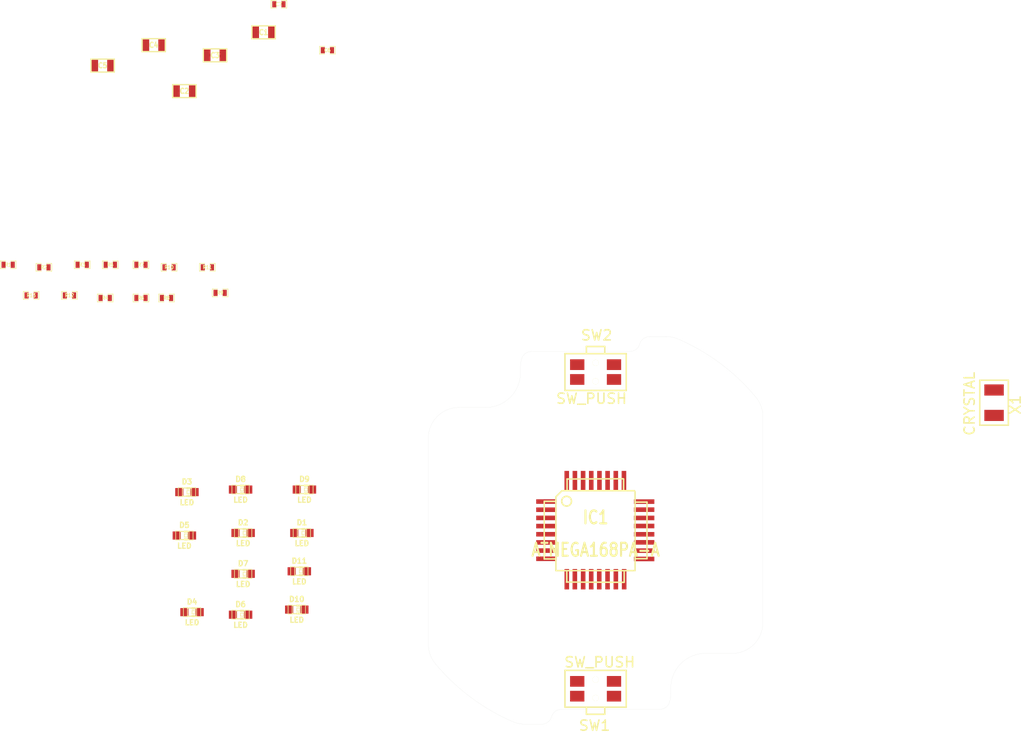
<source format=kicad_pcb>
(kicad_pcb (version 3) (host pcbnew "(2013-03-31 BZR 4008)-stable")

  (general
    (links 65)
    (no_connects 65)
    (area -16.378668 -18.968861 16.378668 18.968861)
    (thickness 1.6)
    (drawings 29)
    (tracks 0)
    (zones 0)
    (modules 35)
    (nets 30)
  )

  (page A3)
  (layers
    (15 F.Cu signal)
    (0 B.Cu signal)
    (16 B.Adhes user)
    (17 F.Adhes user)
    (18 B.Paste user)
    (19 F.Paste user)
    (20 B.SilkS user)
    (21 F.SilkS user)
    (22 B.Mask user)
    (23 F.Mask user)
    (24 Dwgs.User user)
    (25 Cmts.User user)
    (26 Eco1.User user)
    (27 Eco2.User user)
    (28 Edge.Cuts user)
  )

  (setup
    (last_trace_width 0.254)
    (trace_clearance 0.254)
    (zone_clearance 0.508)
    (zone_45_only no)
    (trace_min 0.254)
    (segment_width 0.1)
    (edge_width 0.1)
    (via_size 0.889)
    (via_drill 0.635)
    (via_min_size 0.889)
    (via_min_drill 0.508)
    (uvia_size 0.508)
    (uvia_drill 0.127)
    (uvias_allowed no)
    (uvia_min_size 0.508)
    (uvia_min_drill 0.127)
    (pcb_text_width 0.3)
    (pcb_text_size 1.5 1.5)
    (mod_edge_width 0.15)
    (mod_text_size 1 1)
    (mod_text_width 0.15)
    (pad_size 1.5 1.5)
    (pad_drill 0.6)
    (pad_to_mask_clearance 0)
    (aux_axis_origin 0 0)
    (visible_elements 7FFFFFFF)
    (pcbplotparams
      (layerselection 3178497)
      (usegerberextensions true)
      (excludeedgelayer true)
      (linewidth 152400)
      (plotframeref false)
      (viasonmask false)
      (mode 1)
      (useauxorigin false)
      (hpglpennumber 1)
      (hpglpenspeed 20)
      (hpglpendiameter 15)
      (hpglpenoverlay 2)
      (psnegative false)
      (psa4output false)
      (plotreference true)
      (plotvalue true)
      (plotothertext true)
      (plotinvisibletext false)
      (padsonsilk false)
      (subtractmaskfromsilk false)
      (outputformat 1)
      (mirror false)
      (drillshape 1)
      (scaleselection 1)
      (outputdirectory ""))
  )

  (net 0 "")
  (net 1 +3.3V)
  (net 2 GND)
  (net 3 N-000001)
  (net 4 N-0000010)
  (net 5 N-0000011)
  (net 6 N-0000012)
  (net 7 N-0000013)
  (net 8 N-0000014)
  (net 9 N-0000015)
  (net 10 N-0000016)
  (net 11 N-0000017)
  (net 12 N-0000018)
  (net 13 N-0000019)
  (net 14 N-000002)
  (net 15 N-0000020)
  (net 16 N-0000021)
  (net 17 N-0000022)
  (net 18 N-0000023)
  (net 19 N-0000024)
  (net 20 N-0000025)
  (net 21 N-0000026)
  (net 22 N-0000027)
  (net 23 N-000003)
  (net 24 N-000004)
  (net 25 N-000005)
  (net 26 N-000006)
  (net 27 N-000007)
  (net 28 N-000008)
  (net 29 N-000009)

  (net_class Default "This is the default net class."
    (clearance 0.254)
    (trace_width 0.254)
    (via_dia 0.889)
    (via_drill 0.635)
    (uvia_dia 0.508)
    (uvia_drill 0.127)
    (add_net "")
    (add_net +3.3V)
    (add_net GND)
    (add_net N-000001)
    (add_net N-0000010)
    (add_net N-0000011)
    (add_net N-0000012)
    (add_net N-0000013)
    (add_net N-0000014)
    (add_net N-0000015)
    (add_net N-0000016)
    (add_net N-0000017)
    (add_net N-0000018)
    (add_net N-0000019)
    (add_net N-000002)
    (add_net N-0000020)
    (add_net N-0000021)
    (add_net N-0000022)
    (add_net N-0000023)
    (add_net N-0000024)
    (add_net N-0000025)
    (add_net N-0000026)
    (add_net N-0000027)
    (add_net N-000003)
    (add_net N-000004)
    (add_net N-000005)
    (add_net N-000006)
    (add_net N-000007)
    (add_net N-000008)
    (add_net N-000009)
  )

  (module TQFP32 (layer F.Cu) (tedit 43A670DA) (tstamp 5404D9BA)
    (at 0 0)
    (path /53FE0660)
    (fp_text reference IC1 (at 0 -1.27) (layer F.SilkS)
      (effects (font (size 1.27 1.016) (thickness 0.2032)))
    )
    (fp_text value ATMEGA168PA-A (at 0 1.905) (layer F.SilkS)
      (effects (font (size 1.27 1.016) (thickness 0.2032)))
    )
    (fp_line (start 5.0292 2.7686) (end 3.8862 2.7686) (layer F.SilkS) (width 0.1524))
    (fp_line (start 5.0292 -2.7686) (end 3.9116 -2.7686) (layer F.SilkS) (width 0.1524))
    (fp_line (start 5.0292 2.7686) (end 5.0292 -2.7686) (layer F.SilkS) (width 0.1524))
    (fp_line (start 2.794 3.9624) (end 2.794 5.0546) (layer F.SilkS) (width 0.1524))
    (fp_line (start -2.8194 3.9878) (end -2.8194 5.0546) (layer F.SilkS) (width 0.1524))
    (fp_line (start -2.8448 5.0546) (end 2.794 5.08) (layer F.SilkS) (width 0.1524))
    (fp_line (start -2.794 -5.0292) (end 2.7178 -5.0546) (layer F.SilkS) (width 0.1524))
    (fp_line (start -3.8862 -3.2766) (end -3.8862 3.9116) (layer F.SilkS) (width 0.1524))
    (fp_line (start 2.7432 -5.0292) (end 2.7432 -3.9878) (layer F.SilkS) (width 0.1524))
    (fp_line (start -3.2512 -3.8862) (end 3.81 -3.8862) (layer F.SilkS) (width 0.1524))
    (fp_line (start 3.8608 3.937) (end 3.8608 -3.7846) (layer F.SilkS) (width 0.1524))
    (fp_line (start -3.8862 3.937) (end 3.7338 3.937) (layer F.SilkS) (width 0.1524))
    (fp_line (start -5.0292 -2.8448) (end -5.0292 2.794) (layer F.SilkS) (width 0.1524))
    (fp_line (start -5.0292 2.794) (end -3.8862 2.794) (layer F.SilkS) (width 0.1524))
    (fp_line (start -3.87604 -3.302) (end -3.29184 -3.8862) (layer F.SilkS) (width 0.1524))
    (fp_line (start -5.02412 -2.8448) (end -3.87604 -2.8448) (layer F.SilkS) (width 0.1524))
    (fp_line (start -2.794 -3.8862) (end -2.794 -5.03428) (layer F.SilkS) (width 0.1524))
    (fp_circle (center -2.83972 -2.86004) (end -2.43332 -2.60604) (layer F.SilkS) (width 0.1524))
    (pad 8 smd rect (at -4.81584 2.77622) (size 1.99898 0.44958)
      (layers F.Cu F.Paste F.Mask)
      (net 21 N-0000026)
    )
    (pad 7 smd rect (at -4.81584 1.97612) (size 1.99898 0.44958)
      (layers F.Cu F.Paste F.Mask)
      (net 22 N-0000027)
    )
    (pad 6 smd rect (at -4.81584 1.17602) (size 1.99898 0.44958)
      (layers F.Cu F.Paste F.Mask)
      (net 1 +3.3V)
    )
    (pad 5 smd rect (at -4.81584 0.37592) (size 1.99898 0.44958)
      (layers F.Cu F.Paste F.Mask)
      (net 2 GND)
    )
    (pad 4 smd rect (at -4.81584 -0.42418) (size 1.99898 0.44958)
      (layers F.Cu F.Paste F.Mask)
      (net 1 +3.3V)
    )
    (pad 3 smd rect (at -4.81584 -1.22428) (size 1.99898 0.44958)
      (layers F.Cu F.Paste F.Mask)
      (net 2 GND)
    )
    (pad 2 smd rect (at -4.81584 -2.02438) (size 1.99898 0.44958)
      (layers F.Cu F.Paste F.Mask)
    )
    (pad 1 smd rect (at -4.81584 -2.82448) (size 1.99898 0.44958)
      (layers F.Cu F.Paste F.Mask)
    )
    (pad 24 smd rect (at 4.7498 -2.8194) (size 1.99898 0.44958)
      (layers F.Cu F.Paste F.Mask)
      (net 4 N-0000010)
    )
    (pad 17 smd rect (at 4.7498 2.794) (size 1.99898 0.44958)
      (layers F.Cu F.Paste F.Mask)
      (net 26 N-000006)
    )
    (pad 18 smd rect (at 4.7498 1.9812) (size 1.99898 0.44958)
      (layers F.Cu F.Paste F.Mask)
      (net 1 +3.3V)
    )
    (pad 19 smd rect (at 4.7498 1.1684) (size 1.99898 0.44958)
      (layers F.Cu F.Paste F.Mask)
    )
    (pad 20 smd rect (at 4.7498 0.381) (size 1.99898 0.44958)
      (layers F.Cu F.Paste F.Mask)
      (net 11 N-0000017)
    )
    (pad 21 smd rect (at 4.7498 -0.4318) (size 1.99898 0.44958)
      (layers F.Cu F.Paste F.Mask)
      (net 2 GND)
    )
    (pad 22 smd rect (at 4.7498 -1.2192) (size 1.99898 0.44958)
      (layers F.Cu F.Paste F.Mask)
    )
    (pad 23 smd rect (at 4.7498 -2.032) (size 1.99898 0.44958)
      (layers F.Cu F.Paste F.Mask)
      (net 28 N-000008)
    )
    (pad 32 smd rect (at -2.82448 -4.826) (size 0.44958 1.99898)
      (layers F.Cu F.Paste F.Mask)
    )
    (pad 31 smd rect (at -2.02692 -4.826) (size 0.44958 1.99898)
      (layers F.Cu F.Paste F.Mask)
    )
    (pad 30 smd rect (at -1.22428 -4.826) (size 0.44958 1.99898)
      (layers F.Cu F.Paste F.Mask)
    )
    (pad 29 smd rect (at -0.42672 -4.826) (size 0.44958 1.99898)
      (layers F.Cu F.Paste F.Mask)
    )
    (pad 28 smd rect (at 0.37592 -4.826) (size 0.44958 1.99898)
      (layers F.Cu F.Paste F.Mask)
    )
    (pad 27 smd rect (at 1.17348 -4.826) (size 0.44958 1.99898)
      (layers F.Cu F.Paste F.Mask)
      (net 10 N-0000016)
    )
    (pad 26 smd rect (at 1.97612 -4.826) (size 0.44958 1.99898)
      (layers F.Cu F.Paste F.Mask)
      (net 8 N-0000014)
    )
    (pad 25 smd rect (at 2.77368 -4.826) (size 0.44958 1.99898)
      (layers F.Cu F.Paste F.Mask)
      (net 3 N-000001)
    )
    (pad 9 smd rect (at -2.8194 4.7752) (size 0.44958 1.99898)
      (layers F.Cu F.Paste F.Mask)
    )
    (pad 10 smd rect (at -2.032 4.7752) (size 0.44958 1.99898)
      (layers F.Cu F.Paste F.Mask)
      (net 13 N-0000019)
    )
    (pad 11 smd rect (at -1.2192 4.7752) (size 0.44958 1.99898)
      (layers F.Cu F.Paste F.Mask)
      (net 15 N-0000020)
    )
    (pad 12 smd rect (at -0.4318 4.7752) (size 0.44958 1.99898)
      (layers F.Cu F.Paste F.Mask)
      (net 16 N-0000021)
    )
    (pad 13 smd rect (at 0.3556 4.7752) (size 0.44958 1.99898)
      (layers F.Cu F.Paste F.Mask)
      (net 6 N-0000012)
    )
    (pad 14 smd rect (at 1.1684 4.7752) (size 0.44958 1.99898)
      (layers F.Cu F.Paste F.Mask)
      (net 14 N-000002)
    )
    (pad 15 smd rect (at 1.9812 4.7752) (size 0.44958 1.99898)
      (layers F.Cu F.Paste F.Mask)
      (net 23 N-000003)
    )
    (pad 16 smd rect (at 2.794 4.7752) (size 0.44958 1.99898)
      (layers F.Cu F.Paste F.Mask)
      (net 24 N-000004)
    )
    (model smd/tqfp32.wrl
      (at (xyz 0 0 0))
      (scale (xyz 1 1 1))
      (rotate (xyz 0 0 0))
    )
  )

  (module SM0603 (layer F.Cu) (tedit 4E43A3D1) (tstamp 5404D9C4)
    (at -48.25 -45.5)
    (path /53FE06E9)
    (attr smd)
    (fp_text reference C5 (at 0 0) (layer F.SilkS)
      (effects (font (size 0.508 0.4572) (thickness 0.1143)))
    )
    (fp_text value 1uF (at 0 0) (layer F.SilkS) hide
      (effects (font (size 0.508 0.4572) (thickness 0.1143)))
    )
    (fp_line (start -1.143 -0.635) (end 1.143 -0.635) (layer F.SilkS) (width 0.127))
    (fp_line (start 1.143 -0.635) (end 1.143 0.635) (layer F.SilkS) (width 0.127))
    (fp_line (start 1.143 0.635) (end -1.143 0.635) (layer F.SilkS) (width 0.127))
    (fp_line (start -1.143 0.635) (end -1.143 -0.635) (layer F.SilkS) (width 0.127))
    (pad 1 smd rect (at -0.762 0) (size 0.635 1.143)
      (layers F.Cu F.Paste F.Mask)
      (net 11 N-0000017)
    )
    (pad 2 smd rect (at 0.762 0) (size 0.635 1.143)
      (layers F.Cu F.Paste F.Mask)
      (net 2 GND)
    )
    (model smd\resistors\R0603.wrl
      (at (xyz 0 0 0.001))
      (scale (xyz 0.5 0.5 0.5))
      (rotate (xyz 0 0 0))
    )
  )

  (module SM0603 (layer F.Cu) (tedit 4E43A3D1) (tstamp 5404D9CE)
    (at -43.25 -47.5)
    (path /53FE06F8)
    (attr smd)
    (fp_text reference C4 (at 0 0) (layer F.SilkS)
      (effects (font (size 0.508 0.4572) (thickness 0.1143)))
    )
    (fp_text value 1uF (at 0 0) (layer F.SilkS) hide
      (effects (font (size 0.508 0.4572) (thickness 0.1143)))
    )
    (fp_line (start -1.143 -0.635) (end 1.143 -0.635) (layer F.SilkS) (width 0.127))
    (fp_line (start 1.143 -0.635) (end 1.143 0.635) (layer F.SilkS) (width 0.127))
    (fp_line (start 1.143 0.635) (end -1.143 0.635) (layer F.SilkS) (width 0.127))
    (fp_line (start -1.143 0.635) (end -1.143 -0.635) (layer F.SilkS) (width 0.127))
    (pad 1 smd rect (at -0.762 0) (size 0.635 1.143)
      (layers F.Cu F.Paste F.Mask)
      (net 1 +3.3V)
    )
    (pad 2 smd rect (at 0.762 0) (size 0.635 1.143)
      (layers F.Cu F.Paste F.Mask)
      (net 2 GND)
    )
    (model smd\resistors\R0603.wrl
      (at (xyz 0 0 0.001))
      (scale (xyz 0.5 0.5 0.5))
      (rotate (xyz 0 0 0))
    )
  )

  (module SM0603 (layer F.Cu) (tedit 4E43A3D1) (tstamp 5404D9D8)
    (at -37.25 -46.5)
    (path /53FE0707)
    (attr smd)
    (fp_text reference C3 (at 0 0) (layer F.SilkS)
      (effects (font (size 0.508 0.4572) (thickness 0.1143)))
    )
    (fp_text value 1uF (at 0 0) (layer F.SilkS) hide
      (effects (font (size 0.508 0.4572) (thickness 0.1143)))
    )
    (fp_line (start -1.143 -0.635) (end 1.143 -0.635) (layer F.SilkS) (width 0.127))
    (fp_line (start 1.143 -0.635) (end 1.143 0.635) (layer F.SilkS) (width 0.127))
    (fp_line (start 1.143 0.635) (end -1.143 0.635) (layer F.SilkS) (width 0.127))
    (fp_line (start -1.143 0.635) (end -1.143 -0.635) (layer F.SilkS) (width 0.127))
    (pad 1 smd rect (at -0.762 0) (size 0.635 1.143)
      (layers F.Cu F.Paste F.Mask)
      (net 1 +3.3V)
    )
    (pad 2 smd rect (at 0.762 0) (size 0.635 1.143)
      (layers F.Cu F.Paste F.Mask)
      (net 2 GND)
    )
    (model smd\resistors\R0603.wrl
      (at (xyz 0 0 0.001))
      (scale (xyz 0.5 0.5 0.5))
      (rotate (xyz 0 0 0))
    )
  )

  (module SM0603 (layer F.Cu) (tedit 4E43A3D1) (tstamp 5404D9E2)
    (at -40.25 -43)
    (path /53FE1604)
    (attr smd)
    (fp_text reference C2 (at 0 0) (layer F.SilkS)
      (effects (font (size 0.508 0.4572) (thickness 0.1143)))
    )
    (fp_text value 1uF (at 0 0) (layer F.SilkS) hide
      (effects (font (size 0.508 0.4572) (thickness 0.1143)))
    )
    (fp_line (start -1.143 -0.635) (end 1.143 -0.635) (layer F.SilkS) (width 0.127))
    (fp_line (start 1.143 -0.635) (end 1.143 0.635) (layer F.SilkS) (width 0.127))
    (fp_line (start 1.143 0.635) (end -1.143 0.635) (layer F.SilkS) (width 0.127))
    (fp_line (start -1.143 0.635) (end -1.143 -0.635) (layer F.SilkS) (width 0.127))
    (pad 1 smd rect (at -0.762 0) (size 0.635 1.143)
      (layers F.Cu F.Paste F.Mask)
      (net 1 +3.3V)
    )
    (pad 2 smd rect (at 0.762 0) (size 0.635 1.143)
      (layers F.Cu F.Paste F.Mask)
      (net 2 GND)
    )
    (model smd\resistors\R0603.wrl
      (at (xyz 0 0 0.001))
      (scale (xyz 0.5 0.5 0.5))
      (rotate (xyz 0 0 0))
    )
  )

  (module SM0603 (layer F.Cu) (tedit 4E43A3D1) (tstamp 5404D9EC)
    (at -32.5 -48.75)
    (path /53FE15FE)
    (attr smd)
    (fp_text reference C1 (at 0 0) (layer F.SilkS)
      (effects (font (size 0.508 0.4572) (thickness 0.1143)))
    )
    (fp_text value 1uF (at 0 0) (layer F.SilkS) hide
      (effects (font (size 0.508 0.4572) (thickness 0.1143)))
    )
    (fp_line (start -1.143 -0.635) (end 1.143 -0.635) (layer F.SilkS) (width 0.127))
    (fp_line (start 1.143 -0.635) (end 1.143 0.635) (layer F.SilkS) (width 0.127))
    (fp_line (start 1.143 0.635) (end -1.143 0.635) (layer F.SilkS) (width 0.127))
    (fp_line (start -1.143 0.635) (end -1.143 -0.635) (layer F.SilkS) (width 0.127))
    (pad 1 smd rect (at -0.762 0) (size 0.635 1.143)
      (layers F.Cu F.Paste F.Mask)
      (net 1 +3.3V)
    )
    (pad 2 smd rect (at 0.762 0) (size 0.635 1.143)
      (layers F.Cu F.Paste F.Mask)
      (net 2 GND)
    )
    (model smd\resistors\R0603.wrl
      (at (xyz 0 0 0.001))
      (scale (xyz 0.5 0.5 0.5))
      (rotate (xyz 0 0 0))
    )
  )

  (module SM0402 (layer F.Cu) (tedit 50A4E0BA) (tstamp 5404D9F8)
    (at -31 -51.5)
    (path /53FE1774)
    (attr smd)
    (fp_text reference C7 (at 0 0) (layer F.SilkS)
      (effects (font (size 0.35052 0.3048) (thickness 0.07112)))
    )
    (fp_text value C (at 0.09906 0) (layer F.SilkS) hide
      (effects (font (size 0.35052 0.3048) (thickness 0.07112)))
    )
    (fp_line (start -0.254 -0.381) (end -0.762 -0.381) (layer F.SilkS) (width 0.07112))
    (fp_line (start -0.762 -0.381) (end -0.762 0.381) (layer F.SilkS) (width 0.07112))
    (fp_line (start -0.762 0.381) (end -0.254 0.381) (layer F.SilkS) (width 0.07112))
    (fp_line (start 0.254 -0.381) (end 0.762 -0.381) (layer F.SilkS) (width 0.07112))
    (fp_line (start 0.762 -0.381) (end 0.762 0.381) (layer F.SilkS) (width 0.07112))
    (fp_line (start 0.762 0.381) (end 0.254 0.381) (layer F.SilkS) (width 0.07112))
    (pad 1 smd rect (at -0.44958 0) (size 0.39878 0.59944)
      (layers F.Cu F.Paste F.Mask)
      (net 22 N-0000027)
    )
    (pad 2 smd rect (at 0.44958 0) (size 0.39878 0.59944)
      (layers F.Cu F.Paste F.Mask)
      (net 2 GND)
    )
    (model smd\chip_cms.wrl
      (at (xyz 0 0 0.002))
      (scale (xyz 0.05 0.05 0.05))
      (rotate (xyz 0 0 0))
    )
  )

  (module SM0402 (layer F.Cu) (tedit 50A4E0BA) (tstamp 5404DA04)
    (at -26.25 -47)
    (path /53FE176E)
    (attr smd)
    (fp_text reference C6 (at 0 0) (layer F.SilkS)
      (effects (font (size 0.35052 0.3048) (thickness 0.07112)))
    )
    (fp_text value C (at 0.09906 0) (layer F.SilkS) hide
      (effects (font (size 0.35052 0.3048) (thickness 0.07112)))
    )
    (fp_line (start -0.254 -0.381) (end -0.762 -0.381) (layer F.SilkS) (width 0.07112))
    (fp_line (start -0.762 -0.381) (end -0.762 0.381) (layer F.SilkS) (width 0.07112))
    (fp_line (start -0.762 0.381) (end -0.254 0.381) (layer F.SilkS) (width 0.07112))
    (fp_line (start 0.254 -0.381) (end 0.762 -0.381) (layer F.SilkS) (width 0.07112))
    (fp_line (start 0.762 -0.381) (end 0.762 0.381) (layer F.SilkS) (width 0.07112))
    (fp_line (start 0.762 0.381) (end 0.254 0.381) (layer F.SilkS) (width 0.07112))
    (pad 1 smd rect (at -0.44958 0) (size 0.39878 0.59944)
      (layers F.Cu F.Paste F.Mask)
      (net 21 N-0000026)
    )
    (pad 2 smd rect (at 0.44958 0) (size 0.39878 0.59944)
      (layers F.Cu F.Paste F.Mask)
      (net 2 GND)
    )
    (model smd\chip_cms.wrl
      (at (xyz 0 0 0.002))
      (scale (xyz 0.05 0.05 0.05))
      (rotate (xyz 0 0 0))
    )
  )

  (module SM0402 (layer F.Cu) (tedit 50A4E0BA) (tstamp 5404DA10)
    (at -38 -25.75)
    (path /53FE0EBE)
    (attr smd)
    (fp_text reference R11 (at 0 0) (layer F.SilkS)
      (effects (font (size 0.35052 0.3048) (thickness 0.07112)))
    )
    (fp_text value 100R (at 0.09906 0) (layer F.SilkS) hide
      (effects (font (size 0.35052 0.3048) (thickness 0.07112)))
    )
    (fp_line (start -0.254 -0.381) (end -0.762 -0.381) (layer F.SilkS) (width 0.07112))
    (fp_line (start -0.762 -0.381) (end -0.762 0.381) (layer F.SilkS) (width 0.07112))
    (fp_line (start -0.762 0.381) (end -0.254 0.381) (layer F.SilkS) (width 0.07112))
    (fp_line (start 0.254 -0.381) (end 0.762 -0.381) (layer F.SilkS) (width 0.07112))
    (fp_line (start 0.762 -0.381) (end 0.762 0.381) (layer F.SilkS) (width 0.07112))
    (fp_line (start 0.762 0.381) (end 0.254 0.381) (layer F.SilkS) (width 0.07112))
    (pad 1 smd rect (at -0.44958 0) (size 0.39878 0.59944)
      (layers F.Cu F.Paste F.Mask)
      (net 9 N-0000015)
    )
    (pad 2 smd rect (at 0.44958 0) (size 0.39878 0.59944)
      (layers F.Cu F.Paste F.Mask)
      (net 1 +3.3V)
    )
    (model smd\chip_cms.wrl
      (at (xyz 0 0 0.002))
      (scale (xyz 0.05 0.05 0.05))
      (rotate (xyz 0 0 0))
    )
  )

  (module SM0402 (layer F.Cu) (tedit 50A4E0BA) (tstamp 5404DA1C)
    (at -41.75 -25.75)
    (path /53FE0EA9)
    (attr smd)
    (fp_text reference R10 (at 0 0) (layer F.SilkS)
      (effects (font (size 0.35052 0.3048) (thickness 0.07112)))
    )
    (fp_text value 100R (at 0.09906 0) (layer F.SilkS) hide
      (effects (font (size 0.35052 0.3048) (thickness 0.07112)))
    )
    (fp_line (start -0.254 -0.381) (end -0.762 -0.381) (layer F.SilkS) (width 0.07112))
    (fp_line (start -0.762 -0.381) (end -0.762 0.381) (layer F.SilkS) (width 0.07112))
    (fp_line (start -0.762 0.381) (end -0.254 0.381) (layer F.SilkS) (width 0.07112))
    (fp_line (start 0.254 -0.381) (end 0.762 -0.381) (layer F.SilkS) (width 0.07112))
    (fp_line (start 0.762 -0.381) (end 0.762 0.381) (layer F.SilkS) (width 0.07112))
    (fp_line (start 0.762 0.381) (end 0.254 0.381) (layer F.SilkS) (width 0.07112))
    (pad 1 smd rect (at -0.44958 0) (size 0.39878 0.59944)
      (layers F.Cu F.Paste F.Mask)
      (net 7 N-0000013)
    )
    (pad 2 smd rect (at 0.44958 0) (size 0.39878 0.59944)
      (layers F.Cu F.Paste F.Mask)
      (net 1 +3.3V)
    )
    (model smd\chip_cms.wrl
      (at (xyz 0 0 0.002))
      (scale (xyz 0.05 0.05 0.05))
      (rotate (xyz 0 0 0))
    )
  )

  (module SM0402 (layer F.Cu) (tedit 50A4E0BA) (tstamp 5404DA28)
    (at -36.75 -23.25)
    (path /53FE0E94)
    (attr smd)
    (fp_text reference R9 (at 0 0) (layer F.SilkS)
      (effects (font (size 0.35052 0.3048) (thickness 0.07112)))
    )
    (fp_text value 100R (at 0.09906 0) (layer F.SilkS) hide
      (effects (font (size 0.35052 0.3048) (thickness 0.07112)))
    )
    (fp_line (start -0.254 -0.381) (end -0.762 -0.381) (layer F.SilkS) (width 0.07112))
    (fp_line (start -0.762 -0.381) (end -0.762 0.381) (layer F.SilkS) (width 0.07112))
    (fp_line (start -0.762 0.381) (end -0.254 0.381) (layer F.SilkS) (width 0.07112))
    (fp_line (start 0.254 -0.381) (end 0.762 -0.381) (layer F.SilkS) (width 0.07112))
    (fp_line (start 0.762 -0.381) (end 0.762 0.381) (layer F.SilkS) (width 0.07112))
    (fp_line (start 0.762 0.381) (end 0.254 0.381) (layer F.SilkS) (width 0.07112))
    (pad 1 smd rect (at -0.44958 0) (size 0.39878 0.59944)
      (layers F.Cu F.Paste F.Mask)
      (net 5 N-0000011)
    )
    (pad 2 smd rect (at 0.44958 0) (size 0.39878 0.59944)
      (layers F.Cu F.Paste F.Mask)
      (net 1 +3.3V)
    )
    (model smd\chip_cms.wrl
      (at (xyz 0 0 0.002))
      (scale (xyz 0.05 0.05 0.05))
      (rotate (xyz 0 0 0))
    )
  )

  (module SM0402 (layer F.Cu) (tedit 50A4E0BA) (tstamp 5404DA34)
    (at -42 -22.75)
    (path /53FE0E7F)
    (attr smd)
    (fp_text reference R8 (at 0 0) (layer F.SilkS)
      (effects (font (size 0.35052 0.3048) (thickness 0.07112)))
    )
    (fp_text value 100R (at 0.09906 0) (layer F.SilkS) hide
      (effects (font (size 0.35052 0.3048) (thickness 0.07112)))
    )
    (fp_line (start -0.254 -0.381) (end -0.762 -0.381) (layer F.SilkS) (width 0.07112))
    (fp_line (start -0.762 -0.381) (end -0.762 0.381) (layer F.SilkS) (width 0.07112))
    (fp_line (start -0.762 0.381) (end -0.254 0.381) (layer F.SilkS) (width 0.07112))
    (fp_line (start 0.254 -0.381) (end 0.762 -0.381) (layer F.SilkS) (width 0.07112))
    (fp_line (start 0.762 -0.381) (end 0.762 0.381) (layer F.SilkS) (width 0.07112))
    (fp_line (start 0.762 0.381) (end 0.254 0.381) (layer F.SilkS) (width 0.07112))
    (pad 1 smd rect (at -0.44958 0) (size 0.39878 0.59944)
      (layers F.Cu F.Paste F.Mask)
      (net 29 N-000009)
    )
    (pad 2 smd rect (at 0.44958 0) (size 0.39878 0.59944)
      (layers F.Cu F.Paste F.Mask)
      (net 1 +3.3V)
    )
    (model smd\chip_cms.wrl
      (at (xyz 0 0 0.002))
      (scale (xyz 0.05 0.05 0.05))
      (rotate (xyz 0 0 0))
    )
  )

  (module SM0402 (layer F.Cu) (tedit 50A4E0BA) (tstamp 5404DA40)
    (at -44.5 -26)
    (path /53FE0E6A)
    (attr smd)
    (fp_text reference R7 (at 0 0) (layer F.SilkS)
      (effects (font (size 0.35052 0.3048) (thickness 0.07112)))
    )
    (fp_text value 100R (at 0.09906 0) (layer F.SilkS) hide
      (effects (font (size 0.35052 0.3048) (thickness 0.07112)))
    )
    (fp_line (start -0.254 -0.381) (end -0.762 -0.381) (layer F.SilkS) (width 0.07112))
    (fp_line (start -0.762 -0.381) (end -0.762 0.381) (layer F.SilkS) (width 0.07112))
    (fp_line (start -0.762 0.381) (end -0.254 0.381) (layer F.SilkS) (width 0.07112))
    (fp_line (start 0.254 -0.381) (end 0.762 -0.381) (layer F.SilkS) (width 0.07112))
    (fp_line (start 0.762 -0.381) (end 0.762 0.381) (layer F.SilkS) (width 0.07112))
    (fp_line (start 0.762 0.381) (end 0.254 0.381) (layer F.SilkS) (width 0.07112))
    (pad 1 smd rect (at -0.44958 0) (size 0.39878 0.59944)
      (layers F.Cu F.Paste F.Mask)
      (net 27 N-000007)
    )
    (pad 2 smd rect (at 0.44958 0) (size 0.39878 0.59944)
      (layers F.Cu F.Paste F.Mask)
      (net 1 +3.3V)
    )
    (model smd\chip_cms.wrl
      (at (xyz 0 0 0.002))
      (scale (xyz 0.05 0.05 0.05))
      (rotate (xyz 0 0 0))
    )
  )

  (module SM0402 (layer F.Cu) (tedit 50A4E0BA) (tstamp 5404DA4C)
    (at -44.5 -22.75)
    (path /53FE0E2F)
    (attr smd)
    (fp_text reference R6 (at 0 0) (layer F.SilkS)
      (effects (font (size 0.35052 0.3048) (thickness 0.07112)))
    )
    (fp_text value 100R (at 0.09906 0) (layer F.SilkS) hide
      (effects (font (size 0.35052 0.3048) (thickness 0.07112)))
    )
    (fp_line (start -0.254 -0.381) (end -0.762 -0.381) (layer F.SilkS) (width 0.07112))
    (fp_line (start -0.762 -0.381) (end -0.762 0.381) (layer F.SilkS) (width 0.07112))
    (fp_line (start -0.762 0.381) (end -0.254 0.381) (layer F.SilkS) (width 0.07112))
    (fp_line (start 0.254 -0.381) (end 0.762 -0.381) (layer F.SilkS) (width 0.07112))
    (fp_line (start 0.762 -0.381) (end 0.762 0.381) (layer F.SilkS) (width 0.07112))
    (fp_line (start 0.762 0.381) (end 0.254 0.381) (layer F.SilkS) (width 0.07112))
    (pad 1 smd rect (at -0.44958 0) (size 0.39878 0.59944)
      (layers F.Cu F.Paste F.Mask)
      (net 25 N-000005)
    )
    (pad 2 smd rect (at 0.44958 0) (size 0.39878 0.59944)
      (layers F.Cu F.Paste F.Mask)
      (net 1 +3.3V)
    )
    (model smd\chip_cms.wrl
      (at (xyz 0 0 0.002))
      (scale (xyz 0.05 0.05 0.05))
      (rotate (xyz 0 0 0))
    )
  )

  (module SM0402 (layer F.Cu) (tedit 50A4E0BA) (tstamp 5404DA58)
    (at -47.5 -26)
    (path /53FE0D78)
    (attr smd)
    (fp_text reference R5 (at 0 0) (layer F.SilkS)
      (effects (font (size 0.35052 0.3048) (thickness 0.07112)))
    )
    (fp_text value 100R (at 0.09906 0) (layer F.SilkS) hide
      (effects (font (size 0.35052 0.3048) (thickness 0.07112)))
    )
    (fp_line (start -0.254 -0.381) (end -0.762 -0.381) (layer F.SilkS) (width 0.07112))
    (fp_line (start -0.762 -0.381) (end -0.762 0.381) (layer F.SilkS) (width 0.07112))
    (fp_line (start -0.762 0.381) (end -0.254 0.381) (layer F.SilkS) (width 0.07112))
    (fp_line (start 0.254 -0.381) (end 0.762 -0.381) (layer F.SilkS) (width 0.07112))
    (fp_line (start 0.762 -0.381) (end 0.762 0.381) (layer F.SilkS) (width 0.07112))
    (fp_line (start 0.762 0.381) (end 0.254 0.381) (layer F.SilkS) (width 0.07112))
    (pad 1 smd rect (at -0.44958 0) (size 0.39878 0.59944)
      (layers F.Cu F.Paste F.Mask)
      (net 20 N-0000025)
    )
    (pad 2 smd rect (at 0.44958 0) (size 0.39878 0.59944)
      (layers F.Cu F.Paste F.Mask)
      (net 1 +3.3V)
    )
    (model smd\chip_cms.wrl
      (at (xyz 0 0 0.002))
      (scale (xyz 0.05 0.05 0.05))
      (rotate (xyz 0 0 0))
    )
  )

  (module SM0402 (layer F.Cu) (tedit 50A4E0BA) (tstamp 5404DA64)
    (at -48 -22.75)
    (path /53FE0D63)
    (attr smd)
    (fp_text reference R4 (at 0 0) (layer F.SilkS)
      (effects (font (size 0.35052 0.3048) (thickness 0.07112)))
    )
    (fp_text value 100R (at 0.09906 0) (layer F.SilkS) hide
      (effects (font (size 0.35052 0.3048) (thickness 0.07112)))
    )
    (fp_line (start -0.254 -0.381) (end -0.762 -0.381) (layer F.SilkS) (width 0.07112))
    (fp_line (start -0.762 -0.381) (end -0.762 0.381) (layer F.SilkS) (width 0.07112))
    (fp_line (start -0.762 0.381) (end -0.254 0.381) (layer F.SilkS) (width 0.07112))
    (fp_line (start 0.254 -0.381) (end 0.762 -0.381) (layer F.SilkS) (width 0.07112))
    (fp_line (start 0.762 -0.381) (end 0.762 0.381) (layer F.SilkS) (width 0.07112))
    (fp_line (start 0.762 0.381) (end 0.254 0.381) (layer F.SilkS) (width 0.07112))
    (pad 1 smd rect (at -0.44958 0) (size 0.39878 0.59944)
      (layers F.Cu F.Paste F.Mask)
      (net 19 N-0000024)
    )
    (pad 2 smd rect (at 0.44958 0) (size 0.39878 0.59944)
      (layers F.Cu F.Paste F.Mask)
      (net 1 +3.3V)
    )
    (model smd\chip_cms.wrl
      (at (xyz 0 0 0.002))
      (scale (xyz 0.05 0.05 0.05))
      (rotate (xyz 0 0 0))
    )
  )

  (module SM0402 (layer F.Cu) (tedit 50A4E0BA) (tstamp 5404DA70)
    (at -50.25 -26)
    (path /53FE0D4E)
    (attr smd)
    (fp_text reference R3 (at 0 0) (layer F.SilkS)
      (effects (font (size 0.35052 0.3048) (thickness 0.07112)))
    )
    (fp_text value 100R (at 0.09906 0) (layer F.SilkS) hide
      (effects (font (size 0.35052 0.3048) (thickness 0.07112)))
    )
    (fp_line (start -0.254 -0.381) (end -0.762 -0.381) (layer F.SilkS) (width 0.07112))
    (fp_line (start -0.762 -0.381) (end -0.762 0.381) (layer F.SilkS) (width 0.07112))
    (fp_line (start -0.762 0.381) (end -0.254 0.381) (layer F.SilkS) (width 0.07112))
    (fp_line (start 0.254 -0.381) (end 0.762 -0.381) (layer F.SilkS) (width 0.07112))
    (fp_line (start 0.762 -0.381) (end 0.762 0.381) (layer F.SilkS) (width 0.07112))
    (fp_line (start 0.762 0.381) (end 0.254 0.381) (layer F.SilkS) (width 0.07112))
    (pad 1 smd rect (at -0.44958 0) (size 0.39878 0.59944)
      (layers F.Cu F.Paste F.Mask)
      (net 18 N-0000023)
    )
    (pad 2 smd rect (at 0.44958 0) (size 0.39878 0.59944)
      (layers F.Cu F.Paste F.Mask)
      (net 1 +3.3V)
    )
    (model smd\chip_cms.wrl
      (at (xyz 0 0 0.002))
      (scale (xyz 0.05 0.05 0.05))
      (rotate (xyz 0 0 0))
    )
  )

  (module SM0402 (layer F.Cu) (tedit 50A4E0BA) (tstamp 5404DA7C)
    (at -51.5 -23)
    (path /53FE0725)
    (attr smd)
    (fp_text reference R12 (at 0 0) (layer F.SilkS)
      (effects (font (size 0.35052 0.3048) (thickness 0.07112)))
    )
    (fp_text value 10k (at 0.09906 0) (layer F.SilkS) hide
      (effects (font (size 0.35052 0.3048) (thickness 0.07112)))
    )
    (fp_line (start -0.254 -0.381) (end -0.762 -0.381) (layer F.SilkS) (width 0.07112))
    (fp_line (start -0.762 -0.381) (end -0.762 0.381) (layer F.SilkS) (width 0.07112))
    (fp_line (start -0.762 0.381) (end -0.254 0.381) (layer F.SilkS) (width 0.07112))
    (fp_line (start 0.254 -0.381) (end 0.762 -0.381) (layer F.SilkS) (width 0.07112))
    (fp_line (start 0.762 -0.381) (end 0.762 0.381) (layer F.SilkS) (width 0.07112))
    (fp_line (start 0.762 0.381) (end 0.254 0.381) (layer F.SilkS) (width 0.07112))
    (pad 1 smd rect (at -0.44958 0) (size 0.39878 0.59944)
      (layers F.Cu F.Paste F.Mask)
      (net 15 N-0000020)
    )
    (pad 2 smd rect (at 0.44958 0) (size 0.39878 0.59944)
      (layers F.Cu F.Paste F.Mask)
      (net 1 +3.3V)
    )
    (model smd\chip_cms.wrl
      (at (xyz 0 0 0.002))
      (scale (xyz 0.05 0.05 0.05))
      (rotate (xyz 0 0 0))
    )
  )

  (module SM0402 (layer F.Cu) (tedit 50A4E0BA) (tstamp 5404DA88)
    (at -54 -25.75)
    (path /53FE0D39)
    (attr smd)
    (fp_text reference R2 (at 0 0) (layer F.SilkS)
      (effects (font (size 0.35052 0.3048) (thickness 0.07112)))
    )
    (fp_text value 100R (at 0.09906 0) (layer F.SilkS) hide
      (effects (font (size 0.35052 0.3048) (thickness 0.07112)))
    )
    (fp_line (start -0.254 -0.381) (end -0.762 -0.381) (layer F.SilkS) (width 0.07112))
    (fp_line (start -0.762 -0.381) (end -0.762 0.381) (layer F.SilkS) (width 0.07112))
    (fp_line (start -0.762 0.381) (end -0.254 0.381) (layer F.SilkS) (width 0.07112))
    (fp_line (start 0.254 -0.381) (end 0.762 -0.381) (layer F.SilkS) (width 0.07112))
    (fp_line (start 0.762 -0.381) (end 0.762 0.381) (layer F.SilkS) (width 0.07112))
    (fp_line (start 0.762 0.381) (end 0.254 0.381) (layer F.SilkS) (width 0.07112))
    (pad 1 smd rect (at -0.44958 0) (size 0.39878 0.59944)
      (layers F.Cu F.Paste F.Mask)
      (net 17 N-0000022)
    )
    (pad 2 smd rect (at 0.44958 0) (size 0.39878 0.59944)
      (layers F.Cu F.Paste F.Mask)
      (net 1 +3.3V)
    )
    (model smd\chip_cms.wrl
      (at (xyz 0 0 0.002))
      (scale (xyz 0.05 0.05 0.05))
      (rotate (xyz 0 0 0))
    )
  )

  (module SM0402 (layer F.Cu) (tedit 50A4E0BA) (tstamp 5404DA94)
    (at -55.25 -23)
    (path /53FE0BB5)
    (attr smd)
    (fp_text reference R13 (at 0 0) (layer F.SilkS)
      (effects (font (size 0.35052 0.3048) (thickness 0.07112)))
    )
    (fp_text value 10k (at 0.09906 0) (layer F.SilkS) hide
      (effects (font (size 0.35052 0.3048) (thickness 0.07112)))
    )
    (fp_line (start -0.254 -0.381) (end -0.762 -0.381) (layer F.SilkS) (width 0.07112))
    (fp_line (start -0.762 -0.381) (end -0.762 0.381) (layer F.SilkS) (width 0.07112))
    (fp_line (start -0.762 0.381) (end -0.254 0.381) (layer F.SilkS) (width 0.07112))
    (fp_line (start 0.254 -0.381) (end 0.762 -0.381) (layer F.SilkS) (width 0.07112))
    (fp_line (start 0.762 -0.381) (end 0.762 0.381) (layer F.SilkS) (width 0.07112))
    (fp_line (start 0.762 0.381) (end 0.254 0.381) (layer F.SilkS) (width 0.07112))
    (pad 1 smd rect (at -0.44958 0) (size 0.39878 0.59944)
      (layers F.Cu F.Paste F.Mask)
      (net 13 N-0000019)
    )
    (pad 2 smd rect (at 0.44958 0) (size 0.39878 0.59944)
      (layers F.Cu F.Paste F.Mask)
      (net 1 +3.3V)
    )
    (model smd\chip_cms.wrl
      (at (xyz 0 0 0.002))
      (scale (xyz 0.05 0.05 0.05))
      (rotate (xyz 0 0 0))
    )
  )

  (module SM0402 (layer F.Cu) (tedit 50A4E0BA) (tstamp 5404DAA0)
    (at -57.5 -26)
    (path /53FE0CD1)
    (attr smd)
    (fp_text reference R1 (at 0 0) (layer F.SilkS)
      (effects (font (size 0.35052 0.3048) (thickness 0.07112)))
    )
    (fp_text value 100R (at 0.09906 0) (layer F.SilkS) hide
      (effects (font (size 0.35052 0.3048) (thickness 0.07112)))
    )
    (fp_line (start -0.254 -0.381) (end -0.762 -0.381) (layer F.SilkS) (width 0.07112))
    (fp_line (start -0.762 -0.381) (end -0.762 0.381) (layer F.SilkS) (width 0.07112))
    (fp_line (start -0.762 0.381) (end -0.254 0.381) (layer F.SilkS) (width 0.07112))
    (fp_line (start 0.254 -0.381) (end 0.762 -0.381) (layer F.SilkS) (width 0.07112))
    (fp_line (start 0.762 -0.381) (end 0.762 0.381) (layer F.SilkS) (width 0.07112))
    (fp_line (start 0.762 0.381) (end 0.254 0.381) (layer F.SilkS) (width 0.07112))
    (pad 1 smd rect (at -0.44958 0) (size 0.39878 0.59944)
      (layers F.Cu F.Paste F.Mask)
      (net 12 N-0000018)
    )
    (pad 2 smd rect (at 0.44958 0) (size 0.39878 0.59944)
      (layers F.Cu F.Paste F.Mask)
      (net 1 +3.3V)
    )
    (model smd\chip_cms.wrl
      (at (xyz 0 0 0.002))
      (scale (xyz 0.05 0.05 0.05))
      (rotate (xyz 0 0 0))
    )
  )

  (module EVQP7 (layer F.Cu) (tedit 5404D6A9) (tstamp 5404DD3A)
    (at 0 -15.5 180)
    (path /53FE0B73)
    (fp_text reference SW2 (at -0.1 3.6 180) (layer F.SilkS)
      (effects (font (size 1 1) (thickness 0.15)))
    )
    (fp_text value SW_PUSH (at 0.4 -2.6 180) (layer F.SilkS)
      (effects (font (size 1 1) (thickness 0.15)))
    )
    (fp_line (start 0.9 1.8) (end 0.9 2.5) (layer F.SilkS) (width 0.15))
    (fp_line (start 0.9 2.5) (end -0.9 2.5) (layer F.SilkS) (width 0.15))
    (fp_line (start -0.9 2.5) (end -0.9 1.8) (layer F.SilkS) (width 0.15))
    (fp_line (start -3 -1.8) (end 3 -1.8) (layer F.SilkS) (width 0.15))
    (fp_line (start 3 -1.8) (end 3 1.8) (layer F.SilkS) (width 0.15))
    (fp_line (start 3 1.8) (end -3 1.8) (layer F.SilkS) (width 0.15))
    (fp_line (start -3 1.8) (end -3 -1.8) (layer F.SilkS) (width 0.15))
    (pad "" np_thru_hole circle (at 0 -0.9 180) (size 0.6 0.6) (drill 0.6)
      (layers *.Cu *.Mask F.SilkS)
    )
    (pad "" np_thru_hole circle (at 0 0.9 180) (size 0.6 0.6) (drill 0.6)
      (layers *.Cu *.Mask F.SilkS)
    )
    (pad 1 smd rect (at -1.8 -0.725 180) (size 1.4 1.05)
      (layers F.Cu F.Paste F.Mask)
      (net 15 N-0000020)
    )
    (pad 1 smd rect (at 1.8 -0.725 180) (size 1.4 1.05)
      (layers F.Cu F.Paste F.Mask)
      (net 15 N-0000020)
    )
    (pad 2 smd rect (at 1.8 0.725 180) (size 1.4 1.05)
      (layers F.Cu F.Paste F.Mask)
      (net 2 GND)
    )
    (pad 2 smd rect (at -1.8 0.725 180) (size 1.4 1.05)
      (layers F.Cu F.Paste F.Mask)
      (net 2 GND)
    )
  )

  (module EVQP7 (layer F.Cu) (tedit 5404D6A9) (tstamp 5404DD4B)
    (at 0 15.5)
    (path /53FE0B64)
    (fp_text reference SW1 (at -0.1 3.6) (layer F.SilkS)
      (effects (font (size 1 1) (thickness 0.15)))
    )
    (fp_text value SW_PUSH (at 0.4 -2.6) (layer F.SilkS)
      (effects (font (size 1 1) (thickness 0.15)))
    )
    (fp_line (start 0.9 1.8) (end 0.9 2.5) (layer F.SilkS) (width 0.15))
    (fp_line (start 0.9 2.5) (end -0.9 2.5) (layer F.SilkS) (width 0.15))
    (fp_line (start -0.9 2.5) (end -0.9 1.8) (layer F.SilkS) (width 0.15))
    (fp_line (start -3 -1.8) (end 3 -1.8) (layer F.SilkS) (width 0.15))
    (fp_line (start 3 -1.8) (end 3 1.8) (layer F.SilkS) (width 0.15))
    (fp_line (start 3 1.8) (end -3 1.8) (layer F.SilkS) (width 0.15))
    (fp_line (start -3 1.8) (end -3 -1.8) (layer F.SilkS) (width 0.15))
    (pad "" np_thru_hole circle (at 0 -0.9) (size 0.6 0.6) (drill 0.6)
      (layers *.Cu *.Mask F.SilkS)
    )
    (pad "" np_thru_hole circle (at 0 0.9) (size 0.6 0.6) (drill 0.6)
      (layers *.Cu *.Mask F.SilkS)
    )
    (pad 1 smd rect (at -1.8 -0.725) (size 1.4 1.05)
      (layers F.Cu F.Paste F.Mask)
      (net 13 N-0000019)
    )
    (pad 1 smd rect (at 1.8 -0.725) (size 1.4 1.05)
      (layers F.Cu F.Paste F.Mask)
      (net 13 N-0000019)
    )
    (pad 2 smd rect (at 1.8 0.725) (size 1.4 1.05)
      (layers F.Cu F.Paste F.Mask)
      (net 2 GND)
    )
    (pad 2 smd rect (at -1.8 0.725) (size 1.4 1.05)
      (layers F.Cu F.Paste F.Mask)
      (net 2 GND)
    )
  )

  (module ADS07 (layer F.Cu) (tedit 54038AB4) (tstamp 5404DD55)
    (at 39 -12.5 270)
    (path /53FE0749)
    (fp_text reference X1 (at 0.2 -2.1 270) (layer F.SilkS)
      (effects (font (size 1 1) (thickness 0.15)))
    )
    (fp_text value CRYSTAL (at 0.1 2.4 270) (layer F.SilkS)
      (effects (font (size 1 1) (thickness 0.15)))
    )
    (fp_line (start 2.2 -1.4) (end 2.2 1.4) (layer F.SilkS) (width 0.15))
    (fp_line (start 2.2 1.4) (end -2.2 1.4) (layer F.SilkS) (width 0.15))
    (fp_line (start -2.2 1.4) (end -2.2 -1.4) (layer F.SilkS) (width 0.15))
    (fp_line (start -2.2 -1.4) (end 2.2 -1.4) (layer F.SilkS) (width 0.15))
    (pad 1 smd rect (at -1.2446 0 270) (size 1.0922 1.905)
      (layers F.Cu F.Paste F.Mask)
      (net 22 N-0000027)
    )
    (pad 2 smd rect (at 1.2446 0 270) (size 1.0922 1.905)
      (layers F.Cu F.Paste F.Mask)
      (net 21 N-0000026)
    )
  )

  (module LED-0603 (layer F.Cu) (tedit 4E16AFB4) (tstamp 5404DADB)
    (at -39.5 8)
    (descr "LED 0603 smd package")
    (tags "LED led 0603 SMD smd SMT smt smdled SMDLED smtled SMTLED")
    (path /53FE0D56)
    (attr smd)
    (fp_text reference D4 (at 0 -1.016) (layer F.SilkS)
      (effects (font (size 0.508 0.508) (thickness 0.127)))
    )
    (fp_text value LED (at 0 1.016) (layer F.SilkS)
      (effects (font (size 0.508 0.508) (thickness 0.127)))
    )
    (fp_line (start 0.44958 -0.44958) (end 0.44958 0.44958) (layer F.SilkS) (width 0.06604))
    (fp_line (start 0.44958 0.44958) (end 0.84836 0.44958) (layer F.SilkS) (width 0.06604))
    (fp_line (start 0.84836 -0.44958) (end 0.84836 0.44958) (layer F.SilkS) (width 0.06604))
    (fp_line (start 0.44958 -0.44958) (end 0.84836 -0.44958) (layer F.SilkS) (width 0.06604))
    (fp_line (start -0.84836 -0.44958) (end -0.84836 0.44958) (layer F.SilkS) (width 0.06604))
    (fp_line (start -0.84836 0.44958) (end -0.44958 0.44958) (layer F.SilkS) (width 0.06604))
    (fp_line (start -0.44958 -0.44958) (end -0.44958 0.44958) (layer F.SilkS) (width 0.06604))
    (fp_line (start -0.84836 -0.44958) (end -0.44958 -0.44958) (layer F.SilkS) (width 0.06604))
    (fp_line (start 0 -0.44958) (end 0 -0.29972) (layer F.SilkS) (width 0.06604))
    (fp_line (start 0 -0.29972) (end 0.29972 -0.29972) (layer F.SilkS) (width 0.06604))
    (fp_line (start 0.29972 -0.44958) (end 0.29972 -0.29972) (layer F.SilkS) (width 0.06604))
    (fp_line (start 0 -0.44958) (end 0.29972 -0.44958) (layer F.SilkS) (width 0.06604))
    (fp_line (start 0 0.29972) (end 0 0.44958) (layer F.SilkS) (width 0.06604))
    (fp_line (start 0 0.44958) (end 0.29972 0.44958) (layer F.SilkS) (width 0.06604))
    (fp_line (start 0.29972 0.29972) (end 0.29972 0.44958) (layer F.SilkS) (width 0.06604))
    (fp_line (start 0 0.29972) (end 0.29972 0.29972) (layer F.SilkS) (width 0.06604))
    (fp_line (start 0 -0.14986) (end 0 0.14986) (layer F.SilkS) (width 0.06604))
    (fp_line (start 0 0.14986) (end 0.29972 0.14986) (layer F.SilkS) (width 0.06604))
    (fp_line (start 0.29972 -0.14986) (end 0.29972 0.14986) (layer F.SilkS) (width 0.06604))
    (fp_line (start 0 -0.14986) (end 0.29972 -0.14986) (layer F.SilkS) (width 0.06604))
    (fp_line (start 0.44958 -0.39878) (end -0.44958 -0.39878) (layer F.SilkS) (width 0.1016))
    (fp_line (start 0.44958 0.39878) (end -0.44958 0.39878) (layer F.SilkS) (width 0.1016))
    (pad 1 smd rect (at -0.7493 0) (size 0.79756 0.79756)
      (layers F.Cu F.Paste F.Mask)
      (net 19 N-0000024)
    )
    (pad 2 smd rect (at 0.7493 0) (size 0.79756 0.79756)
      (layers F.Cu F.Paste F.Mask)
      (net 23 N-000003)
    )
  )

  (module LED-0603 (layer F.Cu) (tedit 4E16AFB4) (tstamp 5404DB16)
    (at -28.75 0.25)
    (descr "LED 0603 smd package")
    (tags "LED led 0603 SMD smd SMT smt smdled SMDLED smtled SMTLED")
    (path /53FE0716)
    (attr smd)
    (fp_text reference D1 (at 0 -1.016) (layer F.SilkS)
      (effects (font (size 0.508 0.508) (thickness 0.127)))
    )
    (fp_text value LED (at 0 1.016) (layer F.SilkS)
      (effects (font (size 0.508 0.508) (thickness 0.127)))
    )
    (fp_line (start 0.44958 -0.44958) (end 0.44958 0.44958) (layer F.SilkS) (width 0.06604))
    (fp_line (start 0.44958 0.44958) (end 0.84836 0.44958) (layer F.SilkS) (width 0.06604))
    (fp_line (start 0.84836 -0.44958) (end 0.84836 0.44958) (layer F.SilkS) (width 0.06604))
    (fp_line (start 0.44958 -0.44958) (end 0.84836 -0.44958) (layer F.SilkS) (width 0.06604))
    (fp_line (start -0.84836 -0.44958) (end -0.84836 0.44958) (layer F.SilkS) (width 0.06604))
    (fp_line (start -0.84836 0.44958) (end -0.44958 0.44958) (layer F.SilkS) (width 0.06604))
    (fp_line (start -0.44958 -0.44958) (end -0.44958 0.44958) (layer F.SilkS) (width 0.06604))
    (fp_line (start -0.84836 -0.44958) (end -0.44958 -0.44958) (layer F.SilkS) (width 0.06604))
    (fp_line (start 0 -0.44958) (end 0 -0.29972) (layer F.SilkS) (width 0.06604))
    (fp_line (start 0 -0.29972) (end 0.29972 -0.29972) (layer F.SilkS) (width 0.06604))
    (fp_line (start 0.29972 -0.44958) (end 0.29972 -0.29972) (layer F.SilkS) (width 0.06604))
    (fp_line (start 0 -0.44958) (end 0.29972 -0.44958) (layer F.SilkS) (width 0.06604))
    (fp_line (start 0 0.29972) (end 0 0.44958) (layer F.SilkS) (width 0.06604))
    (fp_line (start 0 0.44958) (end 0.29972 0.44958) (layer F.SilkS) (width 0.06604))
    (fp_line (start 0.29972 0.29972) (end 0.29972 0.44958) (layer F.SilkS) (width 0.06604))
    (fp_line (start 0 0.29972) (end 0.29972 0.29972) (layer F.SilkS) (width 0.06604))
    (fp_line (start 0 -0.14986) (end 0 0.14986) (layer F.SilkS) (width 0.06604))
    (fp_line (start 0 0.14986) (end 0.29972 0.14986) (layer F.SilkS) (width 0.06604))
    (fp_line (start 0.29972 -0.14986) (end 0.29972 0.14986) (layer F.SilkS) (width 0.06604))
    (fp_line (start 0 -0.14986) (end 0.29972 -0.14986) (layer F.SilkS) (width 0.06604))
    (fp_line (start 0.44958 -0.39878) (end -0.44958 -0.39878) (layer F.SilkS) (width 0.1016))
    (fp_line (start 0.44958 0.39878) (end -0.44958 0.39878) (layer F.SilkS) (width 0.1016))
    (pad 1 smd rect (at -0.7493 0) (size 0.79756 0.79756)
      (layers F.Cu F.Paste F.Mask)
      (net 12 N-0000018)
    )
    (pad 2 smd rect (at 0.7493 0) (size 0.79756 0.79756)
      (layers F.Cu F.Paste F.Mask)
      (net 16 N-0000021)
    )
  )

  (module LED-0603 (layer F.Cu) (tedit 4E16AFB4) (tstamp 5404DB51)
    (at -29 4)
    (descr "LED 0603 smd package")
    (tags "LED led 0603 SMD smd SMT smt smdled SMDLED smtled SMTLED")
    (path /53FE0EB1)
    (attr smd)
    (fp_text reference D11 (at 0 -1.016) (layer F.SilkS)
      (effects (font (size 0.508 0.508) (thickness 0.127)))
    )
    (fp_text value LED (at 0 1.016) (layer F.SilkS)
      (effects (font (size 0.508 0.508) (thickness 0.127)))
    )
    (fp_line (start 0.44958 -0.44958) (end 0.44958 0.44958) (layer F.SilkS) (width 0.06604))
    (fp_line (start 0.44958 0.44958) (end 0.84836 0.44958) (layer F.SilkS) (width 0.06604))
    (fp_line (start 0.84836 -0.44958) (end 0.84836 0.44958) (layer F.SilkS) (width 0.06604))
    (fp_line (start 0.44958 -0.44958) (end 0.84836 -0.44958) (layer F.SilkS) (width 0.06604))
    (fp_line (start -0.84836 -0.44958) (end -0.84836 0.44958) (layer F.SilkS) (width 0.06604))
    (fp_line (start -0.84836 0.44958) (end -0.44958 0.44958) (layer F.SilkS) (width 0.06604))
    (fp_line (start -0.44958 -0.44958) (end -0.44958 0.44958) (layer F.SilkS) (width 0.06604))
    (fp_line (start -0.84836 -0.44958) (end -0.44958 -0.44958) (layer F.SilkS) (width 0.06604))
    (fp_line (start 0 -0.44958) (end 0 -0.29972) (layer F.SilkS) (width 0.06604))
    (fp_line (start 0 -0.29972) (end 0.29972 -0.29972) (layer F.SilkS) (width 0.06604))
    (fp_line (start 0.29972 -0.44958) (end 0.29972 -0.29972) (layer F.SilkS) (width 0.06604))
    (fp_line (start 0 -0.44958) (end 0.29972 -0.44958) (layer F.SilkS) (width 0.06604))
    (fp_line (start 0 0.29972) (end 0 0.44958) (layer F.SilkS) (width 0.06604))
    (fp_line (start 0 0.44958) (end 0.29972 0.44958) (layer F.SilkS) (width 0.06604))
    (fp_line (start 0.29972 0.29972) (end 0.29972 0.44958) (layer F.SilkS) (width 0.06604))
    (fp_line (start 0 0.29972) (end 0.29972 0.29972) (layer F.SilkS) (width 0.06604))
    (fp_line (start 0 -0.14986) (end 0 0.14986) (layer F.SilkS) (width 0.06604))
    (fp_line (start 0 0.14986) (end 0.29972 0.14986) (layer F.SilkS) (width 0.06604))
    (fp_line (start 0.29972 -0.14986) (end 0.29972 0.14986) (layer F.SilkS) (width 0.06604))
    (fp_line (start 0 -0.14986) (end 0.29972 -0.14986) (layer F.SilkS) (width 0.06604))
    (fp_line (start 0.44958 -0.39878) (end -0.44958 -0.39878) (layer F.SilkS) (width 0.1016))
    (fp_line (start 0.44958 0.39878) (end -0.44958 0.39878) (layer F.SilkS) (width 0.1016))
    (pad 1 smd rect (at -0.7493 0) (size 0.79756 0.79756)
      (layers F.Cu F.Paste F.Mask)
      (net 9 N-0000015)
    )
    (pad 2 smd rect (at 0.7493 0) (size 0.79756 0.79756)
      (layers F.Cu F.Paste F.Mask)
      (net 10 N-0000016)
    )
  )

  (module LED-0603 (layer F.Cu) (tedit 4E16AFB4) (tstamp 5404DB8C)
    (at -29.25 7.75)
    (descr "LED 0603 smd package")
    (tags "LED led 0603 SMD smd SMT smt smdled SMDLED smtled SMTLED")
    (path /53FE0E9C)
    (attr smd)
    (fp_text reference D10 (at 0 -1.016) (layer F.SilkS)
      (effects (font (size 0.508 0.508) (thickness 0.127)))
    )
    (fp_text value LED (at 0 1.016) (layer F.SilkS)
      (effects (font (size 0.508 0.508) (thickness 0.127)))
    )
    (fp_line (start 0.44958 -0.44958) (end 0.44958 0.44958) (layer F.SilkS) (width 0.06604))
    (fp_line (start 0.44958 0.44958) (end 0.84836 0.44958) (layer F.SilkS) (width 0.06604))
    (fp_line (start 0.84836 -0.44958) (end 0.84836 0.44958) (layer F.SilkS) (width 0.06604))
    (fp_line (start 0.44958 -0.44958) (end 0.84836 -0.44958) (layer F.SilkS) (width 0.06604))
    (fp_line (start -0.84836 -0.44958) (end -0.84836 0.44958) (layer F.SilkS) (width 0.06604))
    (fp_line (start -0.84836 0.44958) (end -0.44958 0.44958) (layer F.SilkS) (width 0.06604))
    (fp_line (start -0.44958 -0.44958) (end -0.44958 0.44958) (layer F.SilkS) (width 0.06604))
    (fp_line (start -0.84836 -0.44958) (end -0.44958 -0.44958) (layer F.SilkS) (width 0.06604))
    (fp_line (start 0 -0.44958) (end 0 -0.29972) (layer F.SilkS) (width 0.06604))
    (fp_line (start 0 -0.29972) (end 0.29972 -0.29972) (layer F.SilkS) (width 0.06604))
    (fp_line (start 0.29972 -0.44958) (end 0.29972 -0.29972) (layer F.SilkS) (width 0.06604))
    (fp_line (start 0 -0.44958) (end 0.29972 -0.44958) (layer F.SilkS) (width 0.06604))
    (fp_line (start 0 0.29972) (end 0 0.44958) (layer F.SilkS) (width 0.06604))
    (fp_line (start 0 0.44958) (end 0.29972 0.44958) (layer F.SilkS) (width 0.06604))
    (fp_line (start 0.29972 0.29972) (end 0.29972 0.44958) (layer F.SilkS) (width 0.06604))
    (fp_line (start 0 0.29972) (end 0.29972 0.29972) (layer F.SilkS) (width 0.06604))
    (fp_line (start 0 -0.14986) (end 0 0.14986) (layer F.SilkS) (width 0.06604))
    (fp_line (start 0 0.14986) (end 0.29972 0.14986) (layer F.SilkS) (width 0.06604))
    (fp_line (start 0.29972 -0.14986) (end 0.29972 0.14986) (layer F.SilkS) (width 0.06604))
    (fp_line (start 0 -0.14986) (end 0.29972 -0.14986) (layer F.SilkS) (width 0.06604))
    (fp_line (start 0.44958 -0.39878) (end -0.44958 -0.39878) (layer F.SilkS) (width 0.1016))
    (fp_line (start 0.44958 0.39878) (end -0.44958 0.39878) (layer F.SilkS) (width 0.1016))
    (pad 1 smd rect (at -0.7493 0) (size 0.79756 0.79756)
      (layers F.Cu F.Paste F.Mask)
      (net 7 N-0000013)
    )
    (pad 2 smd rect (at 0.7493 0) (size 0.79756 0.79756)
      (layers F.Cu F.Paste F.Mask)
      (net 8 N-0000014)
    )
  )

  (module LED-0603 (layer F.Cu) (tedit 4E16AFB4) (tstamp 5404DBC7)
    (at -28.5 -4)
    (descr "LED 0603 smd package")
    (tags "LED led 0603 SMD smd SMT smt smdled SMDLED smtled SMTLED")
    (path /53FE0E87)
    (attr smd)
    (fp_text reference D9 (at 0 -1.016) (layer F.SilkS)
      (effects (font (size 0.508 0.508) (thickness 0.127)))
    )
    (fp_text value LED (at 0 1.016) (layer F.SilkS)
      (effects (font (size 0.508 0.508) (thickness 0.127)))
    )
    (fp_line (start 0.44958 -0.44958) (end 0.44958 0.44958) (layer F.SilkS) (width 0.06604))
    (fp_line (start 0.44958 0.44958) (end 0.84836 0.44958) (layer F.SilkS) (width 0.06604))
    (fp_line (start 0.84836 -0.44958) (end 0.84836 0.44958) (layer F.SilkS) (width 0.06604))
    (fp_line (start 0.44958 -0.44958) (end 0.84836 -0.44958) (layer F.SilkS) (width 0.06604))
    (fp_line (start -0.84836 -0.44958) (end -0.84836 0.44958) (layer F.SilkS) (width 0.06604))
    (fp_line (start -0.84836 0.44958) (end -0.44958 0.44958) (layer F.SilkS) (width 0.06604))
    (fp_line (start -0.44958 -0.44958) (end -0.44958 0.44958) (layer F.SilkS) (width 0.06604))
    (fp_line (start -0.84836 -0.44958) (end -0.44958 -0.44958) (layer F.SilkS) (width 0.06604))
    (fp_line (start 0 -0.44958) (end 0 -0.29972) (layer F.SilkS) (width 0.06604))
    (fp_line (start 0 -0.29972) (end 0.29972 -0.29972) (layer F.SilkS) (width 0.06604))
    (fp_line (start 0.29972 -0.44958) (end 0.29972 -0.29972) (layer F.SilkS) (width 0.06604))
    (fp_line (start 0 -0.44958) (end 0.29972 -0.44958) (layer F.SilkS) (width 0.06604))
    (fp_line (start 0 0.29972) (end 0 0.44958) (layer F.SilkS) (width 0.06604))
    (fp_line (start 0 0.44958) (end 0.29972 0.44958) (layer F.SilkS) (width 0.06604))
    (fp_line (start 0.29972 0.29972) (end 0.29972 0.44958) (layer F.SilkS) (width 0.06604))
    (fp_line (start 0 0.29972) (end 0.29972 0.29972) (layer F.SilkS) (width 0.06604))
    (fp_line (start 0 -0.14986) (end 0 0.14986) (layer F.SilkS) (width 0.06604))
    (fp_line (start 0 0.14986) (end 0.29972 0.14986) (layer F.SilkS) (width 0.06604))
    (fp_line (start 0.29972 -0.14986) (end 0.29972 0.14986) (layer F.SilkS) (width 0.06604))
    (fp_line (start 0 -0.14986) (end 0.29972 -0.14986) (layer F.SilkS) (width 0.06604))
    (fp_line (start 0.44958 -0.39878) (end -0.44958 -0.39878) (layer F.SilkS) (width 0.1016))
    (fp_line (start 0.44958 0.39878) (end -0.44958 0.39878) (layer F.SilkS) (width 0.1016))
    (pad 1 smd rect (at -0.7493 0) (size 0.79756 0.79756)
      (layers F.Cu F.Paste F.Mask)
      (net 5 N-0000011)
    )
    (pad 2 smd rect (at 0.7493 0) (size 0.79756 0.79756)
      (layers F.Cu F.Paste F.Mask)
      (net 3 N-000001)
    )
  )

  (module LED-0603 (layer F.Cu) (tedit 4E16AFB4) (tstamp 5404DC02)
    (at -34.75 -4)
    (descr "LED 0603 smd package")
    (tags "LED led 0603 SMD smd SMT smt smdled SMDLED smtled SMTLED")
    (path /53FE0E72)
    (attr smd)
    (fp_text reference D8 (at 0 -1.016) (layer F.SilkS)
      (effects (font (size 0.508 0.508) (thickness 0.127)))
    )
    (fp_text value LED (at 0 1.016) (layer F.SilkS)
      (effects (font (size 0.508 0.508) (thickness 0.127)))
    )
    (fp_line (start 0.44958 -0.44958) (end 0.44958 0.44958) (layer F.SilkS) (width 0.06604))
    (fp_line (start 0.44958 0.44958) (end 0.84836 0.44958) (layer F.SilkS) (width 0.06604))
    (fp_line (start 0.84836 -0.44958) (end 0.84836 0.44958) (layer F.SilkS) (width 0.06604))
    (fp_line (start 0.44958 -0.44958) (end 0.84836 -0.44958) (layer F.SilkS) (width 0.06604))
    (fp_line (start -0.84836 -0.44958) (end -0.84836 0.44958) (layer F.SilkS) (width 0.06604))
    (fp_line (start -0.84836 0.44958) (end -0.44958 0.44958) (layer F.SilkS) (width 0.06604))
    (fp_line (start -0.44958 -0.44958) (end -0.44958 0.44958) (layer F.SilkS) (width 0.06604))
    (fp_line (start -0.84836 -0.44958) (end -0.44958 -0.44958) (layer F.SilkS) (width 0.06604))
    (fp_line (start 0 -0.44958) (end 0 -0.29972) (layer F.SilkS) (width 0.06604))
    (fp_line (start 0 -0.29972) (end 0.29972 -0.29972) (layer F.SilkS) (width 0.06604))
    (fp_line (start 0.29972 -0.44958) (end 0.29972 -0.29972) (layer F.SilkS) (width 0.06604))
    (fp_line (start 0 -0.44958) (end 0.29972 -0.44958) (layer F.SilkS) (width 0.06604))
    (fp_line (start 0 0.29972) (end 0 0.44958) (layer F.SilkS) (width 0.06604))
    (fp_line (start 0 0.44958) (end 0.29972 0.44958) (layer F.SilkS) (width 0.06604))
    (fp_line (start 0.29972 0.29972) (end 0.29972 0.44958) (layer F.SilkS) (width 0.06604))
    (fp_line (start 0 0.29972) (end 0.29972 0.29972) (layer F.SilkS) (width 0.06604))
    (fp_line (start 0 -0.14986) (end 0 0.14986) (layer F.SilkS) (width 0.06604))
    (fp_line (start 0 0.14986) (end 0.29972 0.14986) (layer F.SilkS) (width 0.06604))
    (fp_line (start 0.29972 -0.14986) (end 0.29972 0.14986) (layer F.SilkS) (width 0.06604))
    (fp_line (start 0 -0.14986) (end 0.29972 -0.14986) (layer F.SilkS) (width 0.06604))
    (fp_line (start 0.44958 -0.39878) (end -0.44958 -0.39878) (layer F.SilkS) (width 0.1016))
    (fp_line (start 0.44958 0.39878) (end -0.44958 0.39878) (layer F.SilkS) (width 0.1016))
    (pad 1 smd rect (at -0.7493 0) (size 0.79756 0.79756)
      (layers F.Cu F.Paste F.Mask)
      (net 29 N-000009)
    )
    (pad 2 smd rect (at 0.7493 0) (size 0.79756 0.79756)
      (layers F.Cu F.Paste F.Mask)
      (net 4 N-0000010)
    )
  )

  (module LED-0603 (layer F.Cu) (tedit 4E16AFB4) (tstamp 5404DC3D)
    (at -34.5 0.25)
    (descr "LED 0603 smd package")
    (tags "LED led 0603 SMD smd SMT smt smdled SMDLED smtled SMTLED")
    (path /53FE0D2C)
    (attr smd)
    (fp_text reference D2 (at 0 -1.016) (layer F.SilkS)
      (effects (font (size 0.508 0.508) (thickness 0.127)))
    )
    (fp_text value LED (at 0 1.016) (layer F.SilkS)
      (effects (font (size 0.508 0.508) (thickness 0.127)))
    )
    (fp_line (start 0.44958 -0.44958) (end 0.44958 0.44958) (layer F.SilkS) (width 0.06604))
    (fp_line (start 0.44958 0.44958) (end 0.84836 0.44958) (layer F.SilkS) (width 0.06604))
    (fp_line (start 0.84836 -0.44958) (end 0.84836 0.44958) (layer F.SilkS) (width 0.06604))
    (fp_line (start 0.44958 -0.44958) (end 0.84836 -0.44958) (layer F.SilkS) (width 0.06604))
    (fp_line (start -0.84836 -0.44958) (end -0.84836 0.44958) (layer F.SilkS) (width 0.06604))
    (fp_line (start -0.84836 0.44958) (end -0.44958 0.44958) (layer F.SilkS) (width 0.06604))
    (fp_line (start -0.44958 -0.44958) (end -0.44958 0.44958) (layer F.SilkS) (width 0.06604))
    (fp_line (start -0.84836 -0.44958) (end -0.44958 -0.44958) (layer F.SilkS) (width 0.06604))
    (fp_line (start 0 -0.44958) (end 0 -0.29972) (layer F.SilkS) (width 0.06604))
    (fp_line (start 0 -0.29972) (end 0.29972 -0.29972) (layer F.SilkS) (width 0.06604))
    (fp_line (start 0.29972 -0.44958) (end 0.29972 -0.29972) (layer F.SilkS) (width 0.06604))
    (fp_line (start 0 -0.44958) (end 0.29972 -0.44958) (layer F.SilkS) (width 0.06604))
    (fp_line (start 0 0.29972) (end 0 0.44958) (layer F.SilkS) (width 0.06604))
    (fp_line (start 0 0.44958) (end 0.29972 0.44958) (layer F.SilkS) (width 0.06604))
    (fp_line (start 0.29972 0.29972) (end 0.29972 0.44958) (layer F.SilkS) (width 0.06604))
    (fp_line (start 0 0.29972) (end 0.29972 0.29972) (layer F.SilkS) (width 0.06604))
    (fp_line (start 0 -0.14986) (end 0 0.14986) (layer F.SilkS) (width 0.06604))
    (fp_line (start 0 0.14986) (end 0.29972 0.14986) (layer F.SilkS) (width 0.06604))
    (fp_line (start 0.29972 -0.14986) (end 0.29972 0.14986) (layer F.SilkS) (width 0.06604))
    (fp_line (start 0 -0.14986) (end 0.29972 -0.14986) (layer F.SilkS) (width 0.06604))
    (fp_line (start 0.44958 -0.39878) (end -0.44958 -0.39878) (layer F.SilkS) (width 0.1016))
    (fp_line (start 0.44958 0.39878) (end -0.44958 0.39878) (layer F.SilkS) (width 0.1016))
    (pad 1 smd rect (at -0.7493 0) (size 0.79756 0.79756)
      (layers F.Cu F.Paste F.Mask)
      (net 17 N-0000022)
    )
    (pad 2 smd rect (at 0.7493 0) (size 0.79756 0.79756)
      (layers F.Cu F.Paste F.Mask)
      (net 6 N-0000012)
    )
  )

  (module LED-0603 (layer F.Cu) (tedit 4E16AFB4) (tstamp 5404DC78)
    (at -34.5 4.25)
    (descr "LED 0603 smd package")
    (tags "LED led 0603 SMD smd SMT smt smdled SMDLED smtled SMTLED")
    (path /53FE0E5D)
    (attr smd)
    (fp_text reference D7 (at 0 -1.016) (layer F.SilkS)
      (effects (font (size 0.508 0.508) (thickness 0.127)))
    )
    (fp_text value LED (at 0 1.016) (layer F.SilkS)
      (effects (font (size 0.508 0.508) (thickness 0.127)))
    )
    (fp_line (start 0.44958 -0.44958) (end 0.44958 0.44958) (layer F.SilkS) (width 0.06604))
    (fp_line (start 0.44958 0.44958) (end 0.84836 0.44958) (layer F.SilkS) (width 0.06604))
    (fp_line (start 0.84836 -0.44958) (end 0.84836 0.44958) (layer F.SilkS) (width 0.06604))
    (fp_line (start 0.44958 -0.44958) (end 0.84836 -0.44958) (layer F.SilkS) (width 0.06604))
    (fp_line (start -0.84836 -0.44958) (end -0.84836 0.44958) (layer F.SilkS) (width 0.06604))
    (fp_line (start -0.84836 0.44958) (end -0.44958 0.44958) (layer F.SilkS) (width 0.06604))
    (fp_line (start -0.44958 -0.44958) (end -0.44958 0.44958) (layer F.SilkS) (width 0.06604))
    (fp_line (start -0.84836 -0.44958) (end -0.44958 -0.44958) (layer F.SilkS) (width 0.06604))
    (fp_line (start 0 -0.44958) (end 0 -0.29972) (layer F.SilkS) (width 0.06604))
    (fp_line (start 0 -0.29972) (end 0.29972 -0.29972) (layer F.SilkS) (width 0.06604))
    (fp_line (start 0.29972 -0.44958) (end 0.29972 -0.29972) (layer F.SilkS) (width 0.06604))
    (fp_line (start 0 -0.44958) (end 0.29972 -0.44958) (layer F.SilkS) (width 0.06604))
    (fp_line (start 0 0.29972) (end 0 0.44958) (layer F.SilkS) (width 0.06604))
    (fp_line (start 0 0.44958) (end 0.29972 0.44958) (layer F.SilkS) (width 0.06604))
    (fp_line (start 0.29972 0.29972) (end 0.29972 0.44958) (layer F.SilkS) (width 0.06604))
    (fp_line (start 0 0.29972) (end 0.29972 0.29972) (layer F.SilkS) (width 0.06604))
    (fp_line (start 0 -0.14986) (end 0 0.14986) (layer F.SilkS) (width 0.06604))
    (fp_line (start 0 0.14986) (end 0.29972 0.14986) (layer F.SilkS) (width 0.06604))
    (fp_line (start 0.29972 -0.14986) (end 0.29972 0.14986) (layer F.SilkS) (width 0.06604))
    (fp_line (start 0 -0.14986) (end 0.29972 -0.14986) (layer F.SilkS) (width 0.06604))
    (fp_line (start 0.44958 -0.39878) (end -0.44958 -0.39878) (layer F.SilkS) (width 0.1016))
    (fp_line (start 0.44958 0.39878) (end -0.44958 0.39878) (layer F.SilkS) (width 0.1016))
    (pad 1 smd rect (at -0.7493 0) (size 0.79756 0.79756)
      (layers F.Cu F.Paste F.Mask)
      (net 27 N-000007)
    )
    (pad 2 smd rect (at 0.7493 0) (size 0.79756 0.79756)
      (layers F.Cu F.Paste F.Mask)
      (net 28 N-000008)
    )
  )

  (module LED-0603 (layer F.Cu) (tedit 4E16AFB4) (tstamp 5404DCB3)
    (at -34.75 8.25)
    (descr "LED 0603 smd package")
    (tags "LED led 0603 SMD smd SMT smt smdled SMDLED smtled SMTLED")
    (path /53FE0E22)
    (attr smd)
    (fp_text reference D6 (at 0 -1.016) (layer F.SilkS)
      (effects (font (size 0.508 0.508) (thickness 0.127)))
    )
    (fp_text value LED (at 0 1.016) (layer F.SilkS)
      (effects (font (size 0.508 0.508) (thickness 0.127)))
    )
    (fp_line (start 0.44958 -0.44958) (end 0.44958 0.44958) (layer F.SilkS) (width 0.06604))
    (fp_line (start 0.44958 0.44958) (end 0.84836 0.44958) (layer F.SilkS) (width 0.06604))
    (fp_line (start 0.84836 -0.44958) (end 0.84836 0.44958) (layer F.SilkS) (width 0.06604))
    (fp_line (start 0.44958 -0.44958) (end 0.84836 -0.44958) (layer F.SilkS) (width 0.06604))
    (fp_line (start -0.84836 -0.44958) (end -0.84836 0.44958) (layer F.SilkS) (width 0.06604))
    (fp_line (start -0.84836 0.44958) (end -0.44958 0.44958) (layer F.SilkS) (width 0.06604))
    (fp_line (start -0.44958 -0.44958) (end -0.44958 0.44958) (layer F.SilkS) (width 0.06604))
    (fp_line (start -0.84836 -0.44958) (end -0.44958 -0.44958) (layer F.SilkS) (width 0.06604))
    (fp_line (start 0 -0.44958) (end 0 -0.29972) (layer F.SilkS) (width 0.06604))
    (fp_line (start 0 -0.29972) (end 0.29972 -0.29972) (layer F.SilkS) (width 0.06604))
    (fp_line (start 0.29972 -0.44958) (end 0.29972 -0.29972) (layer F.SilkS) (width 0.06604))
    (fp_line (start 0 -0.44958) (end 0.29972 -0.44958) (layer F.SilkS) (width 0.06604))
    (fp_line (start 0 0.29972) (end 0 0.44958) (layer F.SilkS) (width 0.06604))
    (fp_line (start 0 0.44958) (end 0.29972 0.44958) (layer F.SilkS) (width 0.06604))
    (fp_line (start 0.29972 0.29972) (end 0.29972 0.44958) (layer F.SilkS) (width 0.06604))
    (fp_line (start 0 0.29972) (end 0.29972 0.29972) (layer F.SilkS) (width 0.06604))
    (fp_line (start 0 -0.14986) (end 0 0.14986) (layer F.SilkS) (width 0.06604))
    (fp_line (start 0 0.14986) (end 0.29972 0.14986) (layer F.SilkS) (width 0.06604))
    (fp_line (start 0.29972 -0.14986) (end 0.29972 0.14986) (layer F.SilkS) (width 0.06604))
    (fp_line (start 0 -0.14986) (end 0.29972 -0.14986) (layer F.SilkS) (width 0.06604))
    (fp_line (start 0.44958 -0.39878) (end -0.44958 -0.39878) (layer F.SilkS) (width 0.1016))
    (fp_line (start 0.44958 0.39878) (end -0.44958 0.39878) (layer F.SilkS) (width 0.1016))
    (pad 1 smd rect (at -0.7493 0) (size 0.79756 0.79756)
      (layers F.Cu F.Paste F.Mask)
      (net 25 N-000005)
    )
    (pad 2 smd rect (at 0.7493 0) (size 0.79756 0.79756)
      (layers F.Cu F.Paste F.Mask)
      (net 26 N-000006)
    )
  )

  (module LED-0603 (layer F.Cu) (tedit 4E16AFB4) (tstamp 5404DCEE)
    (at -40 -3.75)
    (descr "LED 0603 smd package")
    (tags "LED led 0603 SMD smd SMT smt smdled SMDLED smtled SMTLED")
    (path /53FE0D41)
    (attr smd)
    (fp_text reference D3 (at 0 -1.016) (layer F.SilkS)
      (effects (font (size 0.508 0.508) (thickness 0.127)))
    )
    (fp_text value LED (at 0 1.016) (layer F.SilkS)
      (effects (font (size 0.508 0.508) (thickness 0.127)))
    )
    (fp_line (start 0.44958 -0.44958) (end 0.44958 0.44958) (layer F.SilkS) (width 0.06604))
    (fp_line (start 0.44958 0.44958) (end 0.84836 0.44958) (layer F.SilkS) (width 0.06604))
    (fp_line (start 0.84836 -0.44958) (end 0.84836 0.44958) (layer F.SilkS) (width 0.06604))
    (fp_line (start 0.44958 -0.44958) (end 0.84836 -0.44958) (layer F.SilkS) (width 0.06604))
    (fp_line (start -0.84836 -0.44958) (end -0.84836 0.44958) (layer F.SilkS) (width 0.06604))
    (fp_line (start -0.84836 0.44958) (end -0.44958 0.44958) (layer F.SilkS) (width 0.06604))
    (fp_line (start -0.44958 -0.44958) (end -0.44958 0.44958) (layer F.SilkS) (width 0.06604))
    (fp_line (start -0.84836 -0.44958) (end -0.44958 -0.44958) (layer F.SilkS) (width 0.06604))
    (fp_line (start 0 -0.44958) (end 0 -0.29972) (layer F.SilkS) (width 0.06604))
    (fp_line (start 0 -0.29972) (end 0.29972 -0.29972) (layer F.SilkS) (width 0.06604))
    (fp_line (start 0.29972 -0.44958) (end 0.29972 -0.29972) (layer F.SilkS) (width 0.06604))
    (fp_line (start 0 -0.44958) (end 0.29972 -0.44958) (layer F.SilkS) (width 0.06604))
    (fp_line (start 0 0.29972) (end 0 0.44958) (layer F.SilkS) (width 0.06604))
    (fp_line (start 0 0.44958) (end 0.29972 0.44958) (layer F.SilkS) (width 0.06604))
    (fp_line (start 0.29972 0.29972) (end 0.29972 0.44958) (layer F.SilkS) (width 0.06604))
    (fp_line (start 0 0.29972) (end 0.29972 0.29972) (layer F.SilkS) (width 0.06604))
    (fp_line (start 0 -0.14986) (end 0 0.14986) (layer F.SilkS) (width 0.06604))
    (fp_line (start 0 0.14986) (end 0.29972 0.14986) (layer F.SilkS) (width 0.06604))
    (fp_line (start 0.29972 -0.14986) (end 0.29972 0.14986) (layer F.SilkS) (width 0.06604))
    (fp_line (start 0 -0.14986) (end 0.29972 -0.14986) (layer F.SilkS) (width 0.06604))
    (fp_line (start 0.44958 -0.39878) (end -0.44958 -0.39878) (layer F.SilkS) (width 0.1016))
    (fp_line (start 0.44958 0.39878) (end -0.44958 0.39878) (layer F.SilkS) (width 0.1016))
    (pad 1 smd rect (at -0.7493 0) (size 0.79756 0.79756)
      (layers F.Cu F.Paste F.Mask)
      (net 18 N-0000023)
    )
    (pad 2 smd rect (at 0.7493 0) (size 0.79756 0.79756)
      (layers F.Cu F.Paste F.Mask)
      (net 14 N-000002)
    )
  )

  (module LED-0603 (layer F.Cu) (tedit 4E16AFB4) (tstamp 5404DD29)
    (at -40.25 0.5)
    (descr "LED 0603 smd package")
    (tags "LED led 0603 SMD smd SMT smt smdled SMDLED smtled SMTLED")
    (path /53FE0D6B)
    (attr smd)
    (fp_text reference D5 (at 0 -1.016) (layer F.SilkS)
      (effects (font (size 0.508 0.508) (thickness 0.127)))
    )
    (fp_text value LED (at 0 1.016) (layer F.SilkS)
      (effects (font (size 0.508 0.508) (thickness 0.127)))
    )
    (fp_line (start 0.44958 -0.44958) (end 0.44958 0.44958) (layer F.SilkS) (width 0.06604))
    (fp_line (start 0.44958 0.44958) (end 0.84836 0.44958) (layer F.SilkS) (width 0.06604))
    (fp_line (start 0.84836 -0.44958) (end 0.84836 0.44958) (layer F.SilkS) (width 0.06604))
    (fp_line (start 0.44958 -0.44958) (end 0.84836 -0.44958) (layer F.SilkS) (width 0.06604))
    (fp_line (start -0.84836 -0.44958) (end -0.84836 0.44958) (layer F.SilkS) (width 0.06604))
    (fp_line (start -0.84836 0.44958) (end -0.44958 0.44958) (layer F.SilkS) (width 0.06604))
    (fp_line (start -0.44958 -0.44958) (end -0.44958 0.44958) (layer F.SilkS) (width 0.06604))
    (fp_line (start -0.84836 -0.44958) (end -0.44958 -0.44958) (layer F.SilkS) (width 0.06604))
    (fp_line (start 0 -0.44958) (end 0 -0.29972) (layer F.SilkS) (width 0.06604))
    (fp_line (start 0 -0.29972) (end 0.29972 -0.29972) (layer F.SilkS) (width 0.06604))
    (fp_line (start 0.29972 -0.44958) (end 0.29972 -0.29972) (layer F.SilkS) (width 0.06604))
    (fp_line (start 0 -0.44958) (end 0.29972 -0.44958) (layer F.SilkS) (width 0.06604))
    (fp_line (start 0 0.29972) (end 0 0.44958) (layer F.SilkS) (width 0.06604))
    (fp_line (start 0 0.44958) (end 0.29972 0.44958) (layer F.SilkS) (width 0.06604))
    (fp_line (start 0.29972 0.29972) (end 0.29972 0.44958) (layer F.SilkS) (width 0.06604))
    (fp_line (start 0 0.29972) (end 0.29972 0.29972) (layer F.SilkS) (width 0.06604))
    (fp_line (start 0 -0.14986) (end 0 0.14986) (layer F.SilkS) (width 0.06604))
    (fp_line (start 0 0.14986) (end 0.29972 0.14986) (layer F.SilkS) (width 0.06604))
    (fp_line (start 0.29972 -0.14986) (end 0.29972 0.14986) (layer F.SilkS) (width 0.06604))
    (fp_line (start 0 -0.14986) (end 0.29972 -0.14986) (layer F.SilkS) (width 0.06604))
    (fp_line (start 0.44958 -0.39878) (end -0.44958 -0.39878) (layer F.SilkS) (width 0.1016))
    (fp_line (start 0.44958 0.39878) (end -0.44958 0.39878) (layer F.SilkS) (width 0.1016))
    (pad 1 smd rect (at -0.7493 0) (size 0.79756 0.79756)
      (layers F.Cu F.Paste F.Mask)
      (net 20 N-0000025)
    )
    (pad 2 smd rect (at 0.7493 0) (size 0.79756 0.79756)
      (layers F.Cu F.Paste F.Mask)
      (net 24 N-000004)
    )
  )

  (gr_circle (center 0 0) (end 13 0) (layer Dwgs.User) (width 3))
  (gr_line (start -6.279774 -17.513859) (end 3.35 -17.513859) (angle 90) (layer Edge.Cuts) (width 0.01))
  (gr_arc (start -6.279774 -16.513858) (end -6.279774 -17.513859) (angle -74) (layer Edge.Cuts) (width 0.01))
  (gr_arc (start -4.356886 -15.963859) (end -7.241219 -16.788858) (angle -15.9) (layer Edge.Cuts) (width 0.01))
  (gr_line (start -7.356886 -15.963859) (end -7.356886 -15.434116) (angle 90) (layer Edge.Cuts) (width 0.01))
  (gr_arc (start -10.756886 -15.434116) (end -10.756886 -12.034116) (angle -90) (layer Edge.Cuts) (width 0.01))
  (gr_line (start -10.756886 -12.034116) (end -13.373666 -12.034116) (angle 90) (layer Edge.Cuts) (width 0.01))
  (gr_arc (start -13.373666 -9.034116) (end -13.373666 -12.034116) (angle -89.9) (layer Edge.Cuts) (width 0.01))
  (gr_line (start -16.373667 -9.034116) (end -16.373667 11.131265) (angle 90) (layer Edge.Cuts) (width 0.01))
  (gr_arc (start -13.373669 11.131265) (end -16.373667 11.131265) (angle -39.7) (layer Edge.Cuts) (width 0.01))
  (gr_arc (start 0 -0.000002) (end -15.67947 13.050448) (angle -26.7) (layer Edge.Cuts) (width 0.01))
  (gr_arc (start -6.922079 15.96386) (end -8.115544 18.716248) (angle -23.4) (layer Edge.Cuts) (width 0.01))
  (gr_line (start -6.922082 18.96386) (end -5.272889 18.96386) (angle 90) (layer Edge.Cuts) (width 0.01))
  (gr_arc (start -5.272889 17.963859) (end -5.272889 18.96386) (angle -74) (layer Edge.Cuts) (width 0.01))
  (gr_arc (start -3.35 18.513859) (end -3.35 17.513859) (angle -74) (layer Edge.Cuts) (width 0.01))
  (gr_line (start 6.279774 17.513859) (end -3.35 17.513859) (angle 90) (layer Edge.Cuts) (width 0.01))
  (gr_arc (start 6.279774 16.513858) (end 6.279774 17.513859) (angle -74) (layer Edge.Cuts) (width 0.01))
  (gr_arc (start 4.356886 15.963859) (end 7.241219 16.788858) (angle -15.9) (layer Edge.Cuts) (width 0.01))
  (gr_line (start 7.356886 15.963859) (end 7.356886 15.434116) (angle 90) (layer Edge.Cuts) (width 0.01))
  (gr_arc (start 10.756886 15.434116) (end 10.756886 12.034116) (angle -90) (layer Edge.Cuts) (width 0.01))
  (gr_line (start 10.756886 12.034116) (end 13.373666 12.034116) (angle 90) (layer Edge.Cuts) (width 0.01))
  (gr_arc (start 13.373666 9.034116) (end 13.373666 12.034116) (angle -89.9) (layer Edge.Cuts) (width 0.01))
  (gr_line (start 16.373667 9.034116) (end 16.373667 -11.131265) (angle 90) (layer Edge.Cuts) (width 0.01))
  (gr_arc (start 13.373669 -11.131265) (end 16.373667 -11.131265) (angle -39.7) (layer Edge.Cuts) (width 0.01))
  (gr_arc (start 0 0.000002) (end 15.67947 -13.050448) (angle -26.7) (layer Edge.Cuts) (width 0.01))
  (gr_arc (start 6.922079 -15.96386) (end 8.115544 -18.716248) (angle -23.4) (layer Edge.Cuts) (width 0.01))
  (gr_line (start 6.922082 -18.96386) (end 5.272889 -18.96386) (angle 90) (layer Edge.Cuts) (width 0.01))
  (gr_arc (start 5.272889 -17.963859) (end 5.272889 -18.96386) (angle -74) (layer Edge.Cuts) (width 0.01))
  (gr_arc (start 3.35 -18.513859) (end 3.35 -17.513859) (angle -74) (layer Edge.Cuts) (width 0.01))

)

</source>
